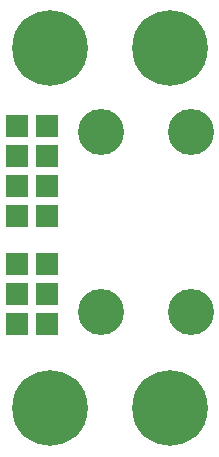
<source format=gbr>
G04 #@! TF.FileFunction,Soldermask,Top*
%FSLAX46Y46*%
G04 Gerber Fmt 4.6, Leading zero omitted, Abs format (unit mm)*
G04 Created by KiCad (PCBNEW 4.0.3-stable) date 09/22/16 08:13:14*
%MOMM*%
%LPD*%
G01*
G04 APERTURE LIST*
%ADD10C,0.500000*%
%ADD11R,1.924000X1.924000*%
%ADD12C,6.400000*%
%ADD13C,3.900000*%
G04 APERTURE END LIST*
D10*
D11*
X2286000Y17272000D03*
X4826000Y17272000D03*
X2286000Y14732000D03*
X4826000Y14732000D03*
X2286000Y12192000D03*
X4826000Y12192000D03*
X2286000Y28956000D03*
X4826000Y28956000D03*
X2286000Y26416000D03*
X4826000Y26416000D03*
X2286000Y23876000D03*
X4826000Y23876000D03*
D12*
X5080000Y5080000D03*
X5080000Y35560000D03*
X15240000Y5080000D03*
X15240000Y35560000D03*
D13*
X17018000Y13208000D03*
X17018000Y28448000D03*
X9398000Y28448000D03*
X9398000Y13208000D03*
D11*
X4826000Y21336000D03*
X2286000Y21336000D03*
M02*

</source>
